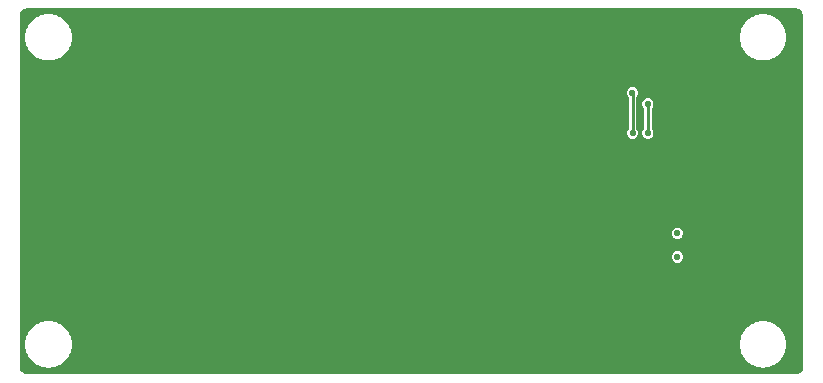
<source format=gbl>
G04*
G04 #@! TF.GenerationSoftware,Altium Limited,Altium Designer,21.6.4 (81)*
G04*
G04 Layer_Physical_Order=4*
G04 Layer_Color=16711680*
%FSLAX25Y25*%
%MOIN*%
G70*
G04*
G04 #@! TF.SameCoordinates,58B769C5-09E4-400E-A119-9391F3B74D98*
G04*
G04*
G04 #@! TF.FilePolarity,Positive*
G04*
G01*
G75*
%ADD43C,0.01000*%
%ADD45C,0.02165*%
%ADD46C,0.02200*%
G36*
X851834Y812659D02*
X852316Y812460D01*
X852749Y812170D01*
X853118Y811802D01*
X853407Y811369D01*
X853607Y810888D01*
X853709Y810377D01*
X853709Y810117D01*
X853697Y693366D01*
X853698Y693366D01*
X853697Y693366D01*
X853697Y693129D01*
X853605Y692665D01*
X853424Y692227D01*
X853161Y691833D01*
X852826Y691498D01*
X852433Y691234D01*
X851995Y691053D01*
X851531Y690960D01*
X851294Y690960D01*
X594965Y690976D01*
X594965Y690976D01*
X594965Y690976D01*
X594718D01*
X594233Y691072D01*
X593776Y691261D01*
X593365Y691536D01*
X593016Y691885D01*
X592741Y692296D01*
X592552Y692753D01*
X592456Y693237D01*
X592456Y693484D01*
X592456Y693484D01*
X592456Y693484D01*
X592448Y810142D01*
D01*
X592448Y810399D01*
X592548Y810903D01*
X592745Y811378D01*
X593030Y811805D01*
X593394Y812169D01*
X593821Y812455D01*
X594296Y812652D01*
X594800Y812752D01*
X595057Y812753D01*
D01*
X851063Y812761D01*
X851324D01*
X851834Y812659D01*
D02*
G37*
%LPC*%
G36*
X840865Y810842D02*
X839663D01*
X839508Y810811D01*
X839349D01*
X838171Y810577D01*
X838024Y810516D01*
X837869Y810485D01*
X836759Y810025D01*
X836627Y809937D01*
X836481Y809877D01*
X835482Y809209D01*
X835370Y809097D01*
X835238Y809009D01*
X834388Y808159D01*
X834301Y808028D01*
X834189Y807916D01*
X833521Y806917D01*
X833460Y806770D01*
X833372Y806639D01*
X832913Y805528D01*
X832882Y805373D01*
X832821Y805227D01*
X832587Y804048D01*
Y803890D01*
X832556Y803735D01*
Y803134D01*
Y802533D01*
X832587Y802378D01*
Y802220D01*
X832821Y801041D01*
X832882Y800895D01*
X832913Y800739D01*
X833372Y799629D01*
X833460Y799497D01*
X833521Y799351D01*
X834189Y798352D01*
X834301Y798240D01*
X834388Y798108D01*
X835238Y797259D01*
X835370Y797171D01*
X835482Y797059D01*
X836481Y796391D01*
X836627Y796330D01*
X836759Y796243D01*
X837869Y795783D01*
X838024Y795752D01*
X838171Y795691D01*
X839349Y795457D01*
X839508D01*
X839663Y795426D01*
X840865D01*
X841020Y795457D01*
X841178D01*
X842357Y795691D01*
X842503Y795752D01*
X842658Y795783D01*
X843769Y796243D01*
X843900Y796330D01*
X844046Y796391D01*
X845046Y797059D01*
X845158Y797171D01*
X845289Y797259D01*
X846139Y798108D01*
X846227Y798240D01*
X846339Y798352D01*
X847007Y799351D01*
X847067Y799497D01*
X847155Y799629D01*
X847615Y800739D01*
X847646Y800895D01*
X847706Y801041D01*
X847941Y802220D01*
Y802378D01*
X847972Y802533D01*
Y803134D01*
Y803735D01*
X847941Y803890D01*
Y804048D01*
X847706Y805227D01*
X847646Y805373D01*
X847615Y805528D01*
X847155Y806639D01*
X847067Y806770D01*
X847007Y806917D01*
X846339Y807916D01*
X846227Y808028D01*
X846139Y808159D01*
X845289Y809009D01*
X845158Y809097D01*
X845046Y809209D01*
X844046Y809877D01*
X843900Y809937D01*
X843769Y810025D01*
X842658Y810485D01*
X842503Y810516D01*
X842357Y810577D01*
X841178Y810811D01*
X841020D01*
X840865Y810842D01*
D02*
G37*
G36*
X602676D02*
X601474D01*
X601319Y810811D01*
X601160D01*
X599981Y810577D01*
X599835Y810516D01*
X599680Y810485D01*
X598570Y810025D01*
X598438Y809937D01*
X598292Y809877D01*
X597293Y809209D01*
X597181Y809097D01*
X597049Y809009D01*
X596199Y808159D01*
X596111Y808028D01*
X596000Y807916D01*
X595332Y806917D01*
X595271Y806770D01*
X595184Y806639D01*
X594724Y805528D01*
X594693Y805373D01*
X594632Y805227D01*
X594398Y804048D01*
Y803890D01*
X594367Y803735D01*
Y803134D01*
Y802533D01*
X594398Y802378D01*
Y802220D01*
X594632Y801041D01*
X594693Y800895D01*
X594724Y800739D01*
X595184Y799629D01*
X595271Y799497D01*
X595332Y799351D01*
X596000Y798352D01*
X596112Y798240D01*
X596199Y798108D01*
X597049Y797259D01*
X597181Y797171D01*
X597293Y797059D01*
X598292Y796391D01*
X598438Y796330D01*
X598570Y796243D01*
X599680Y795783D01*
X599835Y795752D01*
X599981Y795691D01*
X601160Y795457D01*
X601319D01*
X601474Y795426D01*
X602676D01*
X602831Y795457D01*
X602989D01*
X604168Y795691D01*
X604314Y795752D01*
X604469Y795783D01*
X605580Y796243D01*
X605711Y796330D01*
X605857Y796391D01*
X606857Y797059D01*
X606969Y797171D01*
X607100Y797259D01*
X607950Y798108D01*
X608038Y798240D01*
X608150Y798352D01*
X608818Y799351D01*
X608878Y799497D01*
X608966Y799629D01*
X609426Y800739D01*
X609457Y800895D01*
X609517Y801041D01*
X609752Y802220D01*
Y802378D01*
X609783Y802533D01*
Y803134D01*
Y803735D01*
X609752Y803890D01*
Y804048D01*
X609517Y805227D01*
X609457Y805373D01*
X609426Y805528D01*
X608966Y806639D01*
X608878Y806770D01*
X608818Y806917D01*
X608150Y807916D01*
X608038Y808028D01*
X607950Y808159D01*
X607100Y809009D01*
X606969Y809097D01*
X606857Y809209D01*
X605857Y809877D01*
X605711Y809937D01*
X605580Y810025D01*
X604469Y810485D01*
X604314Y810516D01*
X604168Y810577D01*
X602989Y810811D01*
X602831D01*
X602676Y810842D01*
D02*
G37*
G36*
X797114Y786516D02*
X796370D01*
X795683Y786231D01*
X795157Y785705D01*
X794872Y785018D01*
Y784274D01*
X795157Y783586D01*
X795436Y783307D01*
Y772601D01*
X795170Y772335D01*
X794886Y771647D01*
Y770903D01*
X795170Y770216D01*
X795697Y769690D01*
X796384Y769405D01*
X797128D01*
X797815Y769690D01*
X798341Y770216D01*
X798626Y770903D01*
Y771647D01*
X798341Y772335D01*
X798062Y772614D01*
Y783321D01*
X798327Y783586D01*
X798612Y784274D01*
Y785018D01*
X798327Y785705D01*
X797801Y786231D01*
X797114Y786516D01*
D02*
G37*
G36*
X802246Y782851D02*
X801502D01*
X800815Y782566D01*
X800289Y782040D01*
X800004Y781353D01*
Y780609D01*
X800289Y779921D01*
X800561Y779648D01*
Y772592D01*
X800289Y772319D01*
X800004Y771632D01*
Y770888D01*
X800289Y770200D01*
X800815Y769674D01*
X801502Y769390D01*
X802246D01*
X802933Y769674D01*
X803459Y770200D01*
X803744Y770888D01*
Y771632D01*
X803459Y772319D01*
X803187Y772592D01*
Y779648D01*
X803459Y779921D01*
X803744Y780609D01*
Y781353D01*
X803459Y782040D01*
X802933Y782566D01*
X802246Y782851D01*
D02*
G37*
G36*
X812088Y739665D02*
X811345D01*
X810657Y739381D01*
X810131Y738855D01*
X809846Y738167D01*
Y737423D01*
X810131Y736736D01*
X810657Y736210D01*
X811345Y735925D01*
X812088D01*
X812776Y736210D01*
X813302Y736736D01*
X813587Y737423D01*
Y738167D01*
X813302Y738855D01*
X812776Y739381D01*
X812088Y739665D01*
D02*
G37*
G36*
Y731791D02*
X811345D01*
X810657Y731507D01*
X810131Y730981D01*
X809846Y730293D01*
Y729549D01*
X810131Y728862D01*
X810657Y728336D01*
X811345Y728051D01*
X812088D01*
X812776Y728336D01*
X813302Y728862D01*
X813587Y729549D01*
Y730293D01*
X813302Y730981D01*
X812776Y731507D01*
X812088Y731791D01*
D02*
G37*
G36*
X840865Y708480D02*
X839663D01*
X839508Y708449D01*
X839349D01*
X838171Y708214D01*
X838024Y708154D01*
X837869Y708123D01*
X836759Y707663D01*
X836627Y707575D01*
X836481Y707514D01*
X835482Y706847D01*
X835370Y706735D01*
X835238Y706647D01*
X834388Y705797D01*
X834301Y705665D01*
X834189Y705554D01*
X833521Y704554D01*
X833460Y704408D01*
X833372Y704277D01*
X832913Y703166D01*
X832882Y703011D01*
X832821Y702865D01*
X832587Y701686D01*
Y701528D01*
X832556Y701373D01*
Y700772D01*
Y700171D01*
X832587Y700015D01*
Y699857D01*
X832821Y698678D01*
X832882Y698532D01*
X832913Y698377D01*
X833372Y697267D01*
X833460Y697135D01*
X833521Y696989D01*
X834189Y695990D01*
X834301Y695878D01*
X834388Y695746D01*
X835238Y694896D01*
X835370Y694808D01*
X835482Y694697D01*
X836481Y694029D01*
X836627Y693968D01*
X836759Y693880D01*
X837869Y693420D01*
X838024Y693390D01*
X838171Y693329D01*
X839349Y693094D01*
X839508D01*
X839663Y693064D01*
X840865D01*
X841020Y693094D01*
X841178D01*
X842357Y693329D01*
X842503Y693390D01*
X842658Y693420D01*
X843769Y693880D01*
X843900Y693968D01*
X844046Y694029D01*
X845046Y694697D01*
X845158Y694808D01*
X845289Y694896D01*
X846139Y695746D01*
X846227Y695878D01*
X846339Y695990D01*
X847007Y696989D01*
X847067Y697135D01*
X847155Y697267D01*
X847615Y698377D01*
X847646Y698532D01*
X847706Y698678D01*
X847941Y699857D01*
Y700015D01*
X847972Y700171D01*
Y700772D01*
Y701373D01*
X847941Y701528D01*
Y701686D01*
X847706Y702865D01*
X847646Y703011D01*
X847615Y703166D01*
X847155Y704277D01*
X847067Y704408D01*
X847007Y704554D01*
X846339Y705554D01*
X846227Y705666D01*
X846139Y705797D01*
X845289Y706647D01*
X845158Y706735D01*
X845046Y706847D01*
X844046Y707514D01*
X843900Y707575D01*
X843769Y707663D01*
X842658Y708123D01*
X842503Y708154D01*
X842357Y708214D01*
X841178Y708449D01*
X841020D01*
X840865Y708480D01*
D02*
G37*
G36*
X602676D02*
X601474D01*
X601319Y708449D01*
X601160D01*
X599981Y708214D01*
X599835Y708154D01*
X599680Y708123D01*
X598570Y707663D01*
X598438Y707575D01*
X598292Y707514D01*
X597293Y706847D01*
X597181Y706735D01*
X597049Y706647D01*
X596199Y705797D01*
X596111Y705665D01*
X596000Y705554D01*
X595332Y704554D01*
X595271Y704408D01*
X595184Y704277D01*
X594724Y703166D01*
X594693Y703011D01*
X594632Y702865D01*
X594398Y701686D01*
Y701528D01*
X594367Y701373D01*
Y700772D01*
Y700171D01*
X594398Y700015D01*
Y699857D01*
X594632Y698678D01*
X594693Y698532D01*
X594724Y698377D01*
X595184Y697267D01*
X595271Y697135D01*
X595332Y696989D01*
X596000Y695990D01*
X596112Y695878D01*
X596199Y695746D01*
X597049Y694896D01*
X597181Y694808D01*
X597293Y694697D01*
X598292Y694029D01*
X598438Y693968D01*
X598570Y693880D01*
X599680Y693420D01*
X599835Y693390D01*
X599981Y693329D01*
X601160Y693094D01*
X601319D01*
X601474Y693064D01*
X602676D01*
X602831Y693094D01*
X602989D01*
X604168Y693329D01*
X604314Y693390D01*
X604469Y693420D01*
X605580Y693880D01*
X605711Y693968D01*
X605857Y694029D01*
X606857Y694697D01*
X606969Y694808D01*
X607100Y694896D01*
X607950Y695746D01*
X608038Y695878D01*
X608150Y695990D01*
X608818Y696989D01*
X608878Y697135D01*
X608966Y697267D01*
X609426Y698377D01*
X609457Y698532D01*
X609517Y698678D01*
X609752Y699857D01*
Y700015D01*
X609783Y700171D01*
Y700772D01*
Y701373D01*
X609752Y701528D01*
Y701686D01*
X609517Y702865D01*
X609457Y703011D01*
X609426Y703166D01*
X608966Y704277D01*
X608878Y704408D01*
X608818Y704554D01*
X608150Y705554D01*
X608038Y705666D01*
X607950Y705797D01*
X607100Y706647D01*
X606969Y706735D01*
X606857Y706847D01*
X605857Y707514D01*
X605711Y707575D01*
X605580Y707663D01*
X604469Y708123D01*
X604314Y708154D01*
X604168Y708214D01*
X602989Y708449D01*
X602831D01*
X602676Y708480D01*
D02*
G37*
%LPD*%
G54D43*
X796749Y771282D02*
Y784639D01*
Y771282D02*
X796756Y771275D01*
X796742Y784646D02*
X796749Y784639D01*
X801874Y771260D02*
Y780981D01*
G54D45*
X796756Y771275D02*
D03*
X796742Y784646D02*
D03*
X801874Y780981D02*
D03*
X686075Y789687D02*
D03*
X681910D02*
D03*
X677744D02*
D03*
X673579D02*
D03*
X669446Y789166D02*
D03*
X665717Y787312D02*
D03*
X662657Y784485D02*
D03*
X659712Y781539D02*
D03*
X656767Y778594D02*
D03*
X653821Y775649D02*
D03*
X650876Y772703D02*
D03*
X647556Y770187D02*
D03*
X643431Y769608D02*
D03*
X639266D02*
D03*
X635106Y769825D02*
D03*
X630946Y769608D02*
D03*
X626781D02*
D03*
X622616D02*
D03*
X618451Y769656D02*
D03*
X615318Y772401D02*
D03*
X611166Y772060D02*
D03*
X608527Y768838D02*
D03*
X609003Y764700D02*
D03*
X612306Y762162D02*
D03*
X616428Y762765D02*
D03*
X619919Y765037D02*
D03*
X624084D02*
D03*
X628250D02*
D03*
X636540D02*
D03*
X640705D02*
D03*
X644871Y765051D02*
D03*
X648955Y765866D02*
D03*
X652536Y767994D02*
D03*
X655529Y770892D02*
D03*
X658474Y773837D02*
D03*
X661419Y776782D02*
D03*
X664365Y779728D02*
D03*
X667310Y782673D02*
D03*
X670883Y784814D02*
D03*
X675037Y785116D02*
D03*
X679203D02*
D03*
X683368D02*
D03*
X691327Y786136D02*
D03*
X690205Y790147D02*
D03*
X801874Y771260D02*
D03*
X811716Y729921D02*
D03*
Y737795D02*
D03*
X811323Y745669D02*
D03*
G54D46*
X660000Y740000D02*
D03*
X640000Y750000D02*
D03*
X650000Y730000D02*
D03*
X749917Y730083D02*
D03*
X770000Y740000D02*
D03*
X760000D02*
D03*
X750000D02*
D03*
X710000Y780000D02*
D03*
X840000Y790000D02*
D03*
Y780000D02*
D03*
Y770000D02*
D03*
Y750000D02*
D03*
Y710000D02*
D03*
X830000Y800000D02*
D03*
Y790000D02*
D03*
Y780000D02*
D03*
Y760000D02*
D03*
Y710000D02*
D03*
Y700000D02*
D03*
X820000Y800000D02*
D03*
Y790000D02*
D03*
Y750000D02*
D03*
Y710000D02*
D03*
X810000Y800000D02*
D03*
Y790000D02*
D03*
Y770000D02*
D03*
Y760000D02*
D03*
Y750000D02*
D03*
Y710000D02*
D03*
X800000Y800000D02*
D03*
Y790000D02*
D03*
Y710000D02*
D03*
X790000Y800000D02*
D03*
Y770000D02*
D03*
Y760000D02*
D03*
Y750000D02*
D03*
Y740000D02*
D03*
Y710000D02*
D03*
X780000Y800000D02*
D03*
Y790000D02*
D03*
Y770000D02*
D03*
Y760000D02*
D03*
Y750000D02*
D03*
Y740000D02*
D03*
Y730000D02*
D03*
Y710000D02*
D03*
X770000Y800000D02*
D03*
Y790000D02*
D03*
Y760000D02*
D03*
Y750000D02*
D03*
Y710000D02*
D03*
X760000Y800000D02*
D03*
Y790000D02*
D03*
Y780000D02*
D03*
Y750000D02*
D03*
Y730000D02*
D03*
Y720000D02*
D03*
Y710000D02*
D03*
X750000Y800000D02*
D03*
Y790000D02*
D03*
Y780000D02*
D03*
Y770000D02*
D03*
Y720000D02*
D03*
Y710000D02*
D03*
X740000Y800000D02*
D03*
Y760000D02*
D03*
Y710000D02*
D03*
X730000Y800000D02*
D03*
Y790000D02*
D03*
Y760000D02*
D03*
Y750000D02*
D03*
Y710000D02*
D03*
X720000Y800000D02*
D03*
Y760000D02*
D03*
Y750000D02*
D03*
Y740000D02*
D03*
Y710000D02*
D03*
X710000Y800000D02*
D03*
Y760000D02*
D03*
Y750000D02*
D03*
Y740000D02*
D03*
Y710000D02*
D03*
X700000Y800000D02*
D03*
Y760000D02*
D03*
Y750000D02*
D03*
Y740000D02*
D03*
Y720000D02*
D03*
Y710000D02*
D03*
X690000Y800000D02*
D03*
Y760000D02*
D03*
Y750000D02*
D03*
Y740000D02*
D03*
Y710000D02*
D03*
X680000Y800000D02*
D03*
Y780000D02*
D03*
Y770000D02*
D03*
Y760000D02*
D03*
Y750000D02*
D03*
Y740000D02*
D03*
Y730000D02*
D03*
Y700000D02*
D03*
X670000Y800000D02*
D03*
Y780000D02*
D03*
Y770000D02*
D03*
Y760000D02*
D03*
Y750000D02*
D03*
Y740000D02*
D03*
Y730000D02*
D03*
Y710000D02*
D03*
Y700000D02*
D03*
X660000Y800000D02*
D03*
Y790000D02*
D03*
Y770000D02*
D03*
Y760000D02*
D03*
Y750000D02*
D03*
Y720000D02*
D03*
Y710000D02*
D03*
Y700000D02*
D03*
X650000Y800000D02*
D03*
Y790000D02*
D03*
Y780000D02*
D03*
Y760000D02*
D03*
Y750000D02*
D03*
Y720000D02*
D03*
Y710000D02*
D03*
Y700000D02*
D03*
X640000Y800000D02*
D03*
Y790000D02*
D03*
Y780000D02*
D03*
Y720000D02*
D03*
Y710000D02*
D03*
Y700000D02*
D03*
X630000Y800000D02*
D03*
Y790000D02*
D03*
Y750000D02*
D03*
Y720000D02*
D03*
Y710000D02*
D03*
Y700000D02*
D03*
X620000Y800000D02*
D03*
Y790000D02*
D03*
Y780000D02*
D03*
Y760000D02*
D03*
Y750000D02*
D03*
Y740000D02*
D03*
Y730000D02*
D03*
Y720000D02*
D03*
Y710000D02*
D03*
Y700000D02*
D03*
X610000Y790000D02*
D03*
Y750000D02*
D03*
Y740000D02*
D03*
Y730000D02*
D03*
Y720000D02*
D03*
Y710000D02*
D03*
X600000Y790000D02*
D03*
Y750000D02*
D03*
Y740000D02*
D03*
Y730000D02*
D03*
Y720000D02*
D03*
Y710000D02*
D03*
M02*

</source>
